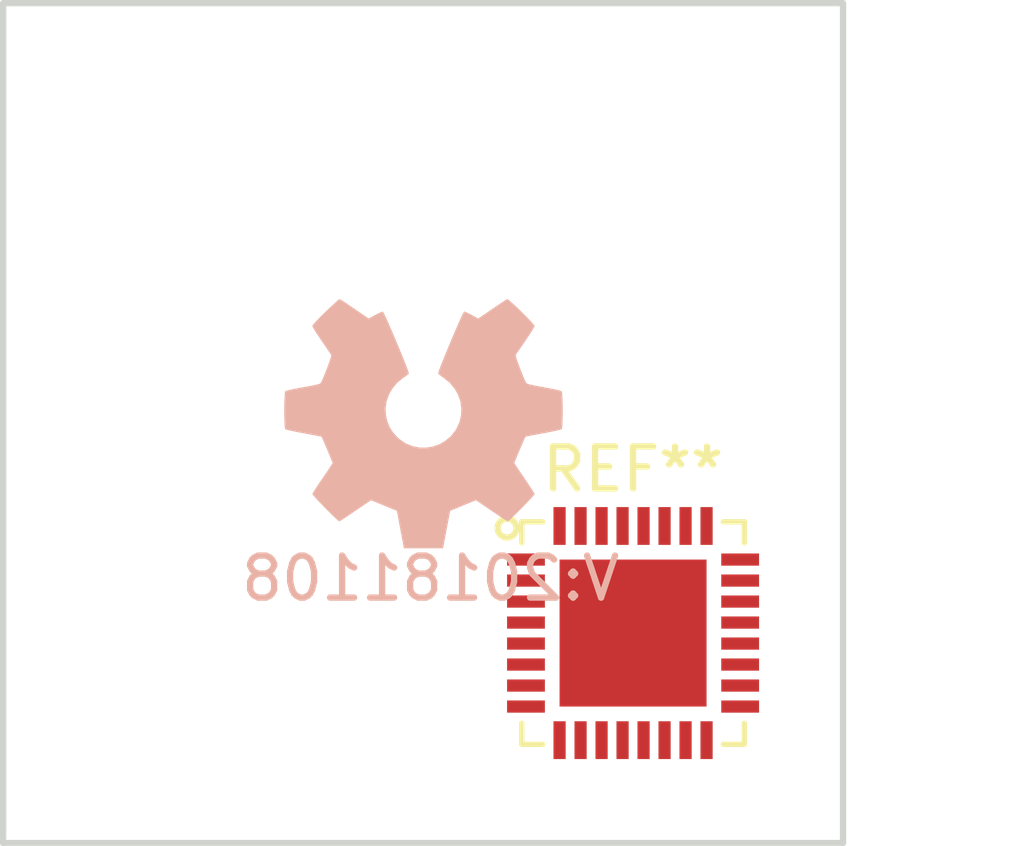
<source format=kicad_pcb>
(kicad_pcb (version 20171130) (host pcbnew 5.1.2-f72e74a~84~ubuntu18.04.1)

  (general
    (thickness 1.6)
    (drawings 4)
    (tracks 0)
    (zones 0)
    (modules 3)
    (nets 1)
  )

  (page A4)
  (layers
    (0 F.Cu signal)
    (31 B.Cu signal)
    (32 B.Adhes user)
    (33 F.Adhes user)
    (34 B.Paste user)
    (35 F.Paste user)
    (36 B.SilkS user)
    (37 F.SilkS user)
    (38 B.Mask user)
    (39 F.Mask user)
    (40 Dwgs.User user)
    (41 Cmts.User user)
    (42 Eco1.User user)
    (43 Eco2.User user)
    (44 Edge.Cuts user)
    (45 Margin user)
    (46 B.CrtYd user)
    (47 F.CrtYd user)
    (48 B.Fab user)
    (49 F.Fab user)
  )

  (setup
    (last_trace_width 0.1524)
    (user_trace_width 0.1524)
    (user_trace_width 0.2)
    (user_trace_width 0.3)
    (user_trace_width 0.4)
    (user_trace_width 0.6)
    (user_trace_width 1)
    (user_trace_width 1.5)
    (user_trace_width 2)
    (trace_clearance 0.1524)
    (zone_clearance 0.508)
    (zone_45_only no)
    (trace_min 0.1524)
    (via_size 0.381)
    (via_drill 0.254)
    (via_min_size 0.381)
    (via_min_drill 0.254)
    (user_via 0.4 0.254)
    (user_via 0.6 0.4)
    (user_via 0.8 0.6)
    (user_via 1 0.8)
    (user_via 1.3 1)
    (user_via 1.5 1.2)
    (user_via 1.7 1.4)
    (user_via 1.9 1.6)
    (uvia_size 0.381)
    (uvia_drill 0.254)
    (uvias_allowed no)
    (uvia_min_size 0.381)
    (uvia_min_drill 0.254)
    (edge_width 0.15)
    (segment_width 0.2)
    (pcb_text_width 0.3)
    (pcb_text_size 1.5 1.5)
    (mod_edge_width 0.15)
    (mod_text_size 1 1)
    (mod_text_width 0.15)
    (pad_size 1.524 1.524)
    (pad_drill 0.762)
    (pad_to_mask_clearance 0.1)
    (solder_mask_min_width 0.1)
    (aux_axis_origin 0 0)
    (visible_elements FFFFFF7F)
    (pcbplotparams
      (layerselection 0x010fc_ffffffff)
      (usegerberextensions true)
      (usegerberattributes false)
      (usegerberadvancedattributes false)
      (creategerberjobfile false)
      (excludeedgelayer true)
      (linewidth 0.100000)
      (plotframeref false)
      (viasonmask false)
      (mode 1)
      (useauxorigin false)
      (hpglpennumber 1)
      (hpglpenspeed 20)
      (hpglpendiameter 15.000000)
      (psnegative false)
      (psa4output false)
      (plotreference true)
      (plotvalue true)
      (plotinvisibletext false)
      (padsonsilk false)
      (subtractmaskfromsilk false)
      (outputformat 1)
      (mirror false)
      (drillshape 0)
      (scaleselection 1)
      (outputdirectory "OSH_Park_2_layer_plots"))
  )

  (net 0 "")

  (net_class Default "This is the default net class."
    (clearance 0.1524)
    (trace_width 0.1524)
    (via_dia 0.381)
    (via_drill 0.254)
    (uvia_dia 0.381)
    (uvia_drill 0.254)
  )

  (module SquantorIC:SOT617-3_alt_paste (layer F.Cu) (tedit 5C8970EE) (tstamp 5CE766C1)
    (at 145 105)
    (descr "<li><b>SOT617-3</b><hr>\n<ul><li>HVQFN32: plastic thermal enhanced very thin quad flat package; no leads; 32 terminals; body 5 x 5 x 0.85 mm\n<li><u>JEDEC</u>: MO-220\n<li><u>IEC</u>: --\n<li><u>JEITA</u>: -- </ul>")
    (fp_text reference REF** (at 0 -3.9) (layer F.SilkS)
      (effects (font (size 1 1) (thickness 0.15)))
    )
    (fp_text value SOT617-3_checkerpaste (at 0 4.1) (layer F.Fab)
      (effects (font (size 1 1) (thickness 0.15)))
    )
    (fp_line (start -2.15 -3) (end -2.15 -3.25) (layer F.CrtYd) (width 0.05))
    (fp_line (start -3 -3) (end -2.15 -3) (layer F.CrtYd) (width 0.05))
    (fp_line (start -3 -2.15) (end -3 -3) (layer F.CrtYd) (width 0.05))
    (fp_line (start -3.25 -2.15) (end -3 -2.15) (layer F.CrtYd) (width 0.05))
    (fp_line (start -3.25 2.15) (end -3.25 -2.15) (layer F.CrtYd) (width 0.05))
    (fp_line (start -3 2.15) (end -3.25 2.15) (layer F.CrtYd) (width 0.05))
    (fp_line (start -3 3) (end -3 2.15) (layer F.CrtYd) (width 0.05))
    (fp_line (start -2.15 3) (end -3 3) (layer F.CrtYd) (width 0.05))
    (fp_line (start -2.15 3.25) (end -2.15 3) (layer F.CrtYd) (width 0.05))
    (fp_line (start 2.15 3.25) (end -2.15 3.25) (layer F.CrtYd) (width 0.05))
    (fp_line (start 2.15 3) (end 2.15 3.25) (layer F.CrtYd) (width 0.05))
    (fp_line (start 3 3) (end 2.15 3) (layer F.CrtYd) (width 0.05))
    (fp_line (start 3 2.15) (end 3 3) (layer F.CrtYd) (width 0.05))
    (fp_line (start 3.25 2.15) (end 3 2.15) (layer F.CrtYd) (width 0.05))
    (fp_line (start 3.25 -2.15) (end 3.25 2.15) (layer F.CrtYd) (width 0.05))
    (fp_line (start 3 -2.15) (end 3.25 -2.15) (layer F.CrtYd) (width 0.05))
    (fp_line (start 3 -3) (end 3 -2.15) (layer F.CrtYd) (width 0.05))
    (fp_line (start 2.15 -3) (end 3 -3) (layer F.CrtYd) (width 0.05))
    (fp_line (start 2.15 -3.25) (end 2.15 -3) (layer F.CrtYd) (width 0.05))
    (fp_line (start -2.15 -3.25) (end 2.15 -3.25) (layer F.CrtYd) (width 0.05))
    (fp_circle (center -3 -2.5) (end -2.7764 -2.5) (layer F.SilkS) (width 0.15))
    (fp_line (start 2.15 2.65) (end 2.65 2.65) (layer F.SilkS) (width 0.127))
    (fp_line (start 2.15 -2.65) (end 2.65 -2.65) (layer F.SilkS) (width 0.127))
    (fp_line (start 2.65 2.15) (end 2.65 2.65) (layer F.SilkS) (width 0.127))
    (fp_line (start 2.65 -2.65) (end 2.65 -2.15) (layer F.SilkS) (width 0.127))
    (fp_line (start -2.65 2.15) (end -2.65 2.65) (layer F.SilkS) (width 0.127))
    (fp_line (start -2.65 -2.65) (end -2.65 -2.15) (layer F.SilkS) (width 0.127))
    (fp_line (start -2.65 2.65) (end -2.15 2.65) (layer F.SilkS) (width 0.127))
    (fp_line (start -2.65 -2.65) (end -2.15 -2.65) (layer F.SilkS) (width 0.127))
    (pad 33 smd rect (at 0.8 0.8) (size 1 1) (layers F.Cu F.Paste F.Mask))
    (pad 33 smd rect (at -0.8 0.8) (size 1 1) (layers F.Cu F.Paste F.Mask))
    (pad 33 smd rect (at 0.8 -0.8) (size 1 1) (layers F.Cu F.Paste F.Mask))
    (pad 33 smd rect (at -0.8 -0.8) (size 1 1) (layers F.Cu F.Paste F.Mask))
    (pad 33 smd rect (at 0 0) (size 3.5 3.5) (layers F.Cu))
    (pad 8 smd rect (at -2.55 1.75 90) (size 0.29 0.9) (layers F.Cu F.Paste F.Mask))
    (pad 7 smd rect (at -2.55 1.25 90) (size 0.29 0.9) (layers F.Cu F.Paste F.Mask))
    (pad 6 smd rect (at -2.55 0.75 90) (size 0.29 0.9) (layers F.Cu F.Paste F.Mask))
    (pad 5 smd rect (at -2.55 0.25 90) (size 0.29 0.9) (layers F.Cu F.Paste F.Mask))
    (pad 1 smd rect (at -2.55 -1.75 90) (size 0.29 0.9) (layers F.Cu F.Paste F.Mask))
    (pad 2 smd rect (at -2.55 -1.25 270) (size 0.29 0.9) (layers F.Cu F.Paste F.Mask))
    (pad 3 smd rect (at -2.55 -0.75 90) (size 0.29 0.9) (layers F.Cu F.Paste F.Mask))
    (pad 4 smd rect (at -2.55 -0.25 90) (size 0.29 0.9) (layers F.Cu F.Paste F.Mask))
    (pad 24 smd rect (at 2.55 -1.75 270) (size 0.29 0.9) (layers F.Cu F.Paste F.Mask))
    (pad 23 smd rect (at 2.55 -1.25 270) (size 0.29 0.9) (layers F.Cu F.Paste F.Mask))
    (pad 22 smd rect (at 2.55 -0.75 270) (size 0.29 0.9) (layers F.Cu F.Paste F.Mask))
    (pad 21 smd rect (at 2.55 -0.25 270) (size 0.29 0.9) (layers F.Cu F.Paste F.Mask))
    (pad 17 smd rect (at 2.55 1.75 270) (size 0.29 0.9) (layers F.Cu F.Paste F.Mask))
    (pad 18 smd rect (at 2.55 1.25 90) (size 0.29 0.9) (layers F.Cu F.Paste F.Mask))
    (pad 19 smd rect (at 2.55 0.75 270) (size 0.29 0.9) (layers F.Cu F.Paste F.Mask))
    (pad 20 smd rect (at 2.55 0.25 270) (size 0.29 0.9) (layers F.Cu F.Paste F.Mask))
    (pad 16 smd rect (at 1.75 2.55 180) (size 0.29 0.9) (layers F.Cu F.Paste F.Mask))
    (pad 15 smd rect (at 1.25 2.55 180) (size 0.29 0.9) (layers F.Cu F.Paste F.Mask))
    (pad 14 smd rect (at 0.75 2.55 180) (size 0.29 0.9) (layers F.Cu F.Paste F.Mask))
    (pad 13 smd rect (at 0.25 2.55 180) (size 0.29 0.9) (layers F.Cu F.Paste F.Mask))
    (pad 9 smd rect (at -1.75 2.55 180) (size 0.29 0.9) (layers F.Cu F.Paste F.Mask))
    (pad 10 smd rect (at -1.25 2.55 180) (size 0.29 0.9) (layers F.Cu F.Paste F.Mask))
    (pad 11 smd rect (at -0.75 2.55 180) (size 0.29 0.9) (layers F.Cu F.Paste F.Mask))
    (pad 12 smd rect (at -0.25 2.55 180) (size 0.29 0.9) (layers F.Cu F.Paste F.Mask))
    (pad 32 smd rect (at -1.75 -2.55) (size 0.29 0.9) (layers F.Cu F.Paste F.Mask))
    (pad 31 smd rect (at -1.25 -2.55) (size 0.29 0.9) (layers F.Cu F.Paste F.Mask))
    (pad 30 smd rect (at -0.75 -2.55) (size 0.29 0.9) (layers F.Cu F.Paste F.Mask))
    (pad 29 smd rect (at -0.25 -2.55) (size 0.29 0.9) (layers F.Cu F.Paste F.Mask))
    (pad 25 smd rect (at 1.75 -2.55) (size 0.29 0.9) (layers F.Cu F.Paste F.Mask))
    (pad 26 smd rect (at 1.25 -2.55) (size 0.29 0.9) (layers F.Cu F.Paste F.Mask))
    (pad 27 smd rect (at 0.75 -2.55) (size 0.29 0.9) (layers F.Cu F.Paste F.Mask))
    (pad 28 smd rect (at 0.25 -2.55) (size 0.29 0.9) (layers F.Cu F.Paste F.Mask))
  )

  (module Symbols:OSHW-Symbol_6.7x6mm_SilkScreen (layer B.Cu) (tedit 0) (tstamp 5CE707D1)
    (at 140 100)
    (descr "Open Source Hardware Symbol")
    (tags "Logo Symbol OSHW")
    (path /5A135869)
    (attr virtual)
    (fp_text reference N1 (at 0 0) (layer B.SilkS) hide
      (effects (font (size 1 1) (thickness 0.15)) (justify mirror))
    )
    (fp_text value OHWLOGO (at 0.75 0) (layer B.Fab) hide
      (effects (font (size 1 1) (thickness 0.15)) (justify mirror))
    )
    (fp_poly (pts (xy 0.555814 2.531069) (xy 0.639635 2.086445) (xy 0.94892 1.958947) (xy 1.258206 1.831449)
      (xy 1.629246 2.083754) (xy 1.733157 2.154004) (xy 1.827087 2.216728) (xy 1.906652 2.269062)
      (xy 1.96747 2.308143) (xy 2.005157 2.331107) (xy 2.015421 2.336058) (xy 2.03391 2.323324)
      (xy 2.07342 2.288118) (xy 2.129522 2.234938) (xy 2.197787 2.168282) (xy 2.273786 2.092646)
      (xy 2.353092 2.012528) (xy 2.431275 1.932426) (xy 2.503907 1.856836) (xy 2.566559 1.790255)
      (xy 2.614803 1.737182) (xy 2.64421 1.702113) (xy 2.651241 1.690377) (xy 2.641123 1.66874)
      (xy 2.612759 1.621338) (xy 2.569129 1.552807) (xy 2.513218 1.467785) (xy 2.448006 1.370907)
      (xy 2.410219 1.31565) (xy 2.341343 1.214752) (xy 2.28014 1.123701) (xy 2.229578 1.04703)
      (xy 2.192628 0.989272) (xy 2.172258 0.954957) (xy 2.169197 0.947746) (xy 2.176136 0.927252)
      (xy 2.195051 0.879487) (xy 2.223087 0.811168) (xy 2.257391 0.729011) (xy 2.295109 0.63973)
      (xy 2.333387 0.550042) (xy 2.36937 0.466662) (xy 2.400206 0.396306) (xy 2.423039 0.34569)
      (xy 2.435017 0.321529) (xy 2.435724 0.320578) (xy 2.454531 0.315964) (xy 2.504618 0.305672)
      (xy 2.580793 0.290713) (xy 2.677865 0.272099) (xy 2.790643 0.250841) (xy 2.856442 0.238582)
      (xy 2.97695 0.215638) (xy 3.085797 0.193805) (xy 3.177476 0.174278) (xy 3.246481 0.158252)
      (xy 3.287304 0.146921) (xy 3.295511 0.143326) (xy 3.303548 0.118994) (xy 3.310033 0.064041)
      (xy 3.31497 -0.015108) (xy 3.318364 -0.112026) (xy 3.320218 -0.220287) (xy 3.320538 -0.333465)
      (xy 3.319327 -0.445135) (xy 3.31659 -0.548868) (xy 3.312331 -0.638241) (xy 3.306555 -0.706826)
      (xy 3.299267 -0.748197) (xy 3.294895 -0.75681) (xy 3.268764 -0.767133) (xy 3.213393 -0.781892)
      (xy 3.136107 -0.799352) (xy 3.04423 -0.81778) (xy 3.012158 -0.823741) (xy 2.857524 -0.852066)
      (xy 2.735375 -0.874876) (xy 2.641673 -0.89308) (xy 2.572384 -0.907583) (xy 2.523471 -0.919292)
      (xy 2.490897 -0.929115) (xy 2.470628 -0.937956) (xy 2.458626 -0.946724) (xy 2.456947 -0.948457)
      (xy 2.440184 -0.976371) (xy 2.414614 -1.030695) (xy 2.382788 -1.104777) (xy 2.34726 -1.191965)
      (xy 2.310583 -1.285608) (xy 2.275311 -1.379052) (xy 2.243996 -1.465647) (xy 2.219193 -1.53874)
      (xy 2.203454 -1.591678) (xy 2.199332 -1.617811) (xy 2.199676 -1.618726) (xy 2.213641 -1.640086)
      (xy 2.245322 -1.687084) (xy 2.291391 -1.754827) (xy 2.348518 -1.838423) (xy 2.413373 -1.932982)
      (xy 2.431843 -1.959854) (xy 2.497699 -2.057275) (xy 2.55565 -2.146163) (xy 2.602538 -2.221412)
      (xy 2.635207 -2.27792) (xy 2.6505 -2.310581) (xy 2.651241 -2.314593) (xy 2.638392 -2.335684)
      (xy 2.602888 -2.377464) (xy 2.549293 -2.435445) (xy 2.482171 -2.505135) (xy 2.406087 -2.582045)
      (xy 2.325604 -2.661683) (xy 2.245287 -2.739561) (xy 2.169699 -2.811186) (xy 2.103405 -2.87207)
      (xy 2.050969 -2.917721) (xy 2.016955 -2.94365) (xy 2.007545 -2.947883) (xy 1.985643 -2.937912)
      (xy 1.9408 -2.91102) (xy 1.880321 -2.871736) (xy 1.833789 -2.840117) (xy 1.749475 -2.782098)
      (xy 1.649626 -2.713784) (xy 1.549473 -2.645579) (xy 1.495627 -2.609075) (xy 1.313371 -2.4858)
      (xy 1.160381 -2.56852) (xy 1.090682 -2.604759) (xy 1.031414 -2.632926) (xy 0.991311 -2.648991)
      (xy 0.981103 -2.651226) (xy 0.968829 -2.634722) (xy 0.944613 -2.588082) (xy 0.910263 -2.515609)
      (xy 0.867588 -2.421606) (xy 0.818394 -2.310374) (xy 0.76449 -2.186215) (xy 0.707684 -2.053432)
      (xy 0.649782 -1.916327) (xy 0.592593 -1.779202) (xy 0.537924 -1.646358) (xy 0.487584 -1.522098)
      (xy 0.44338 -1.410725) (xy 0.407119 -1.316539) (xy 0.380609 -1.243844) (xy 0.365658 -1.196941)
      (xy 0.363254 -1.180833) (xy 0.382311 -1.160286) (xy 0.424036 -1.126933) (xy 0.479706 -1.087702)
      (xy 0.484378 -1.084599) (xy 0.628264 -0.969423) (xy 0.744283 -0.835053) (xy 0.83143 -0.685784)
      (xy 0.888699 -0.525913) (xy 0.915086 -0.359737) (xy 0.909585 -0.191552) (xy 0.87119 -0.025655)
      (xy 0.798895 0.133658) (xy 0.777626 0.168513) (xy 0.666996 0.309263) (xy 0.536302 0.422286)
      (xy 0.390064 0.506997) (xy 0.232808 0.562806) (xy 0.069057 0.589126) (xy -0.096667 0.58537)
      (xy -0.259838 0.55095) (xy -0.415935 0.485277) (xy -0.560433 0.387765) (xy -0.605131 0.348187)
      (xy -0.718888 0.224297) (xy -0.801782 0.093876) (xy -0.858644 -0.052315) (xy -0.890313 -0.197088)
      (xy -0.898131 -0.35986) (xy -0.872062 -0.52344) (xy -0.814755 -0.682298) (xy -0.728856 -0.830906)
      (xy -0.617014 -0.963735) (xy -0.481877 -1.075256) (xy -0.464117 -1.087011) (xy -0.40785 -1.125508)
      (xy -0.365077 -1.158863) (xy -0.344628 -1.18016) (xy -0.344331 -1.180833) (xy -0.348721 -1.203871)
      (xy -0.366124 -1.256157) (xy -0.394732 -1.33339) (xy -0.432735 -1.431268) (xy -0.478326 -1.545491)
      (xy -0.529697 -1.671758) (xy -0.585038 -1.805767) (xy -0.642542 -1.943218) (xy -0.700399 -2.079808)
      (xy -0.756802 -2.211237) (xy -0.809942 -2.333205) (xy -0.85801 -2.441409) (xy -0.899199 -2.531549)
      (xy -0.931699 -2.599323) (xy -0.953703 -2.64043) (xy -0.962564 -2.651226) (xy -0.98964 -2.642819)
      (xy -1.040303 -2.620272) (xy -1.105817 -2.587613) (xy -1.141841 -2.56852) (xy -1.294832 -2.4858)
      (xy -1.477088 -2.609075) (xy -1.570125 -2.672228) (xy -1.671985 -2.741727) (xy -1.767438 -2.807165)
      (xy -1.81525 -2.840117) (xy -1.882495 -2.885273) (xy -1.939436 -2.921057) (xy -1.978646 -2.942938)
      (xy -1.991381 -2.947563) (xy -2.009917 -2.935085) (xy -2.050941 -2.900252) (xy -2.110475 -2.846678)
      (xy -2.184542 -2.777983) (xy -2.269165 -2.697781) (xy -2.322685 -2.646286) (xy -2.416319 -2.554286)
      (xy -2.497241 -2.471999) (xy -2.562177 -2.402945) (xy -2.607858 -2.350644) (xy -2.631011 -2.318616)
      (xy -2.633232 -2.312116) (xy -2.622924 -2.287394) (xy -2.594439 -2.237405) (xy -2.550937 -2.167212)
      (xy -2.495577 -2.081875) (xy -2.43152 -1.986456) (xy -2.413303 -1.959854) (xy -2.346927 -1.863167)
      (xy -2.287378 -1.776117) (xy -2.237984 -1.703595) (xy -2.202075 -1.650493) (xy -2.182981 -1.621703)
      (xy -2.181136 -1.618726) (xy -2.183895 -1.595782) (xy -2.198538 -1.545336) (xy -2.222513 -1.474041)
      (xy -2.253266 -1.388547) (xy -2.288244 -1.295507) (xy -2.324893 -1.201574) (xy -2.360661 -1.113399)
      (xy -2.392994 -1.037634) (xy -2.419338 -0.980931) (xy -2.437142 -0.949943) (xy -2.438407 -0.948457)
      (xy -2.449294 -0.939601) (xy -2.467682 -0.930843) (xy -2.497606 -0.921277) (xy -2.543103 -0.909996)
      (xy -2.608209 -0.896093) (xy -2.696961 -0.878663) (xy -2.813393 -0.856798) (xy -2.961542 -0.829591)
      (xy -2.993618 -0.823741) (xy -3.088686 -0.805374) (xy -3.171565 -0.787405) (xy -3.23493 -0.771569)
      (xy -3.271458 -0.7596) (xy -3.276356 -0.75681) (xy -3.284427 -0.732072) (xy -3.290987 -0.67679)
      (xy -3.296033 -0.597389) (xy -3.299559 -0.500296) (xy -3.301561 -0.391938) (xy -3.302036 -0.27874)
      (xy -3.300977 -0.167128) (xy -3.298382 -0.063529) (xy -3.294246 0.025632) (xy -3.288563 0.093928)
      (xy -3.281331 0.134934) (xy -3.276971 0.143326) (xy -3.252698 0.151792) (xy -3.197426 0.165565)
      (xy -3.116662 0.18345) (xy -3.015912 0.204252) (xy -2.900683 0.226777) (xy -2.837902 0.238582)
      (xy -2.718787 0.260849) (xy -2.612565 0.281021) (xy -2.524427 0.298085) (xy -2.459566 0.311031)
      (xy -2.423174 0.318845) (xy -2.417184 0.320578) (xy -2.407061 0.34011) (xy -2.385662 0.387157)
      (xy -2.355839 0.454997) (xy -2.320445 0.536909) (xy -2.282332 0.626172) (xy -2.244353 0.716065)
      (xy -2.20936 0.799865) (xy -2.180206 0.870853) (xy -2.159743 0.922306) (xy -2.150823 0.947503)
      (xy -2.150657 0.948604) (xy -2.160769 0.968481) (xy -2.189117 1.014223) (xy -2.232723 1.081283)
      (xy -2.288606 1.165116) (xy -2.353787 1.261174) (xy -2.391679 1.31635) (xy -2.460725 1.417519)
      (xy -2.52205 1.50937) (xy -2.572663 1.587256) (xy -2.609571 1.646531) (xy -2.629782 1.682549)
      (xy -2.632701 1.690623) (xy -2.620153 1.709416) (xy -2.585463 1.749543) (xy -2.533063 1.806507)
      (xy -2.467384 1.875815) (xy -2.392856 1.952969) (xy -2.313913 2.033475) (xy -2.234983 2.112837)
      (xy -2.1605 2.18656) (xy -2.094894 2.250148) (xy -2.042596 2.299106) (xy -2.008039 2.328939)
      (xy -1.996478 2.336058) (xy -1.977654 2.326047) (xy -1.932631 2.297922) (xy -1.865787 2.254546)
      (xy -1.781499 2.198782) (xy -1.684144 2.133494) (xy -1.610707 2.083754) (xy -1.239667 1.831449)
      (xy -0.621095 2.086445) (xy -0.537275 2.531069) (xy -0.453454 2.975693) (xy 0.471994 2.975693)
      (xy 0.555814 2.531069)) (layer B.SilkS) (width 0.01))
  )

  (module SquantorLabels:Label_version (layer F.Cu) (tedit 5B5A1E49) (tstamp 5CE707DD)
    (at 139.9 103.8)
    (path /5A1357A5)
    (fp_text reference N2 (at 0 1.4) (layer F.Fab) hide
      (effects (font (size 1 1) (thickness 0.15)))
    )
    (fp_text value 20181108 (at -0.4 -0.1) (layer B.SilkS)
      (effects (font (size 1 1) (thickness 0.15)) (justify mirror))
    )
    (fp_text user V: (at 4.1 -0.1) (layer B.SilkS)
      (effects (font (size 1 1) (thickness 0.15)) (justify mirror))
    )
  )

  (gr_line (start 150 110) (end 130 110) (layer Edge.Cuts) (width 0.15) (tstamp 5CE707BB))
  (gr_line (start 150 90) (end 150 110) (layer Edge.Cuts) (width 0.15))
  (gr_line (start 130 90) (end 150 90) (layer Edge.Cuts) (width 0.15))
  (gr_line (start 130 110) (end 130 90) (layer Edge.Cuts) (width 0.15))

)

</source>
